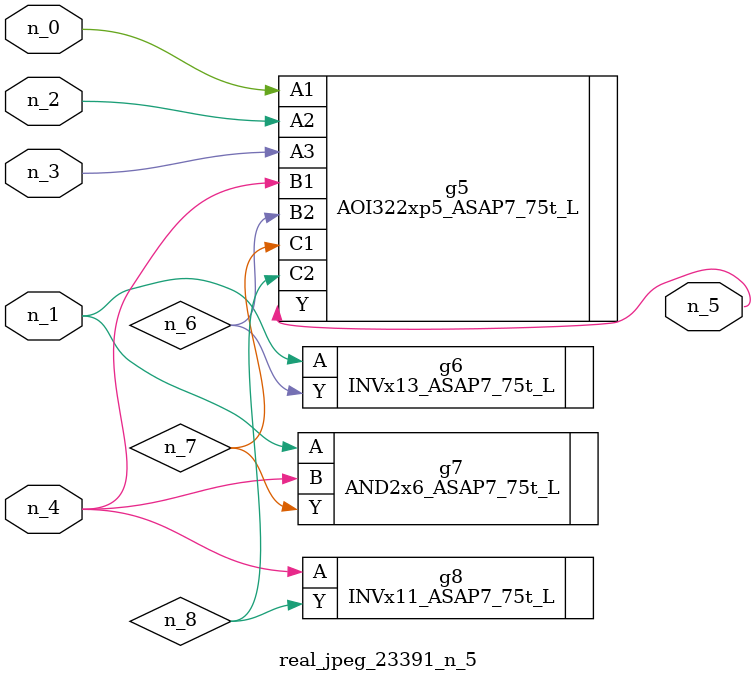
<source format=v>
module real_jpeg_23391_n_5 (n_4, n_0, n_1, n_2, n_3, n_5);

input n_4;
input n_0;
input n_1;
input n_2;
input n_3;

output n_5;

wire n_8;
wire n_6;
wire n_7;

AOI322xp5_ASAP7_75t_L g5 ( 
.A1(n_0),
.A2(n_2),
.A3(n_3),
.B1(n_4),
.B2(n_6),
.C1(n_7),
.C2(n_8),
.Y(n_5)
);

INVx13_ASAP7_75t_L g6 ( 
.A(n_1),
.Y(n_6)
);

AND2x6_ASAP7_75t_L g7 ( 
.A(n_1),
.B(n_4),
.Y(n_7)
);

INVx11_ASAP7_75t_L g8 ( 
.A(n_4),
.Y(n_8)
);


endmodule
</source>
